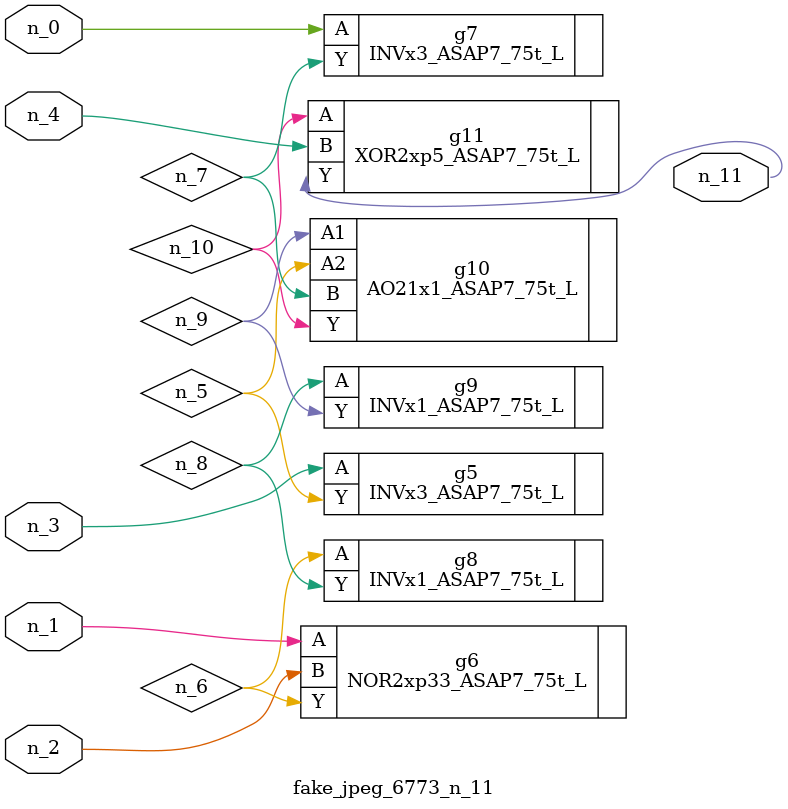
<source format=v>
module fake_jpeg_6773_n_11 (n_3, n_2, n_1, n_0, n_4, n_11);

input n_3;
input n_2;
input n_1;
input n_0;
input n_4;

output n_11;

wire n_10;
wire n_8;
wire n_9;
wire n_6;
wire n_5;
wire n_7;

INVx3_ASAP7_75t_L g5 ( 
.A(n_3),
.Y(n_5)
);

NOR2xp33_ASAP7_75t_L g6 ( 
.A(n_1),
.B(n_2),
.Y(n_6)
);

INVx3_ASAP7_75t_L g7 ( 
.A(n_0),
.Y(n_7)
);

INVx1_ASAP7_75t_L g8 ( 
.A(n_6),
.Y(n_8)
);

INVx1_ASAP7_75t_L g9 ( 
.A(n_8),
.Y(n_9)
);

AO21x1_ASAP7_75t_L g10 ( 
.A1(n_9),
.A2(n_5),
.B(n_7),
.Y(n_10)
);

XOR2xp5_ASAP7_75t_L g11 ( 
.A(n_10),
.B(n_4),
.Y(n_11)
);


endmodule
</source>
